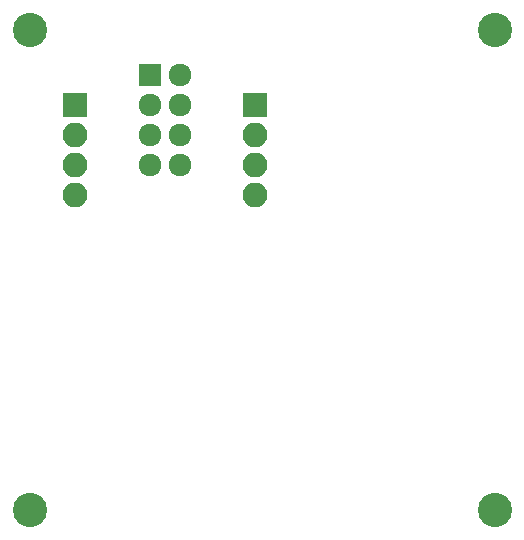
<source format=gbs>
G04 #@! TF.GenerationSoftware,KiCad,Pcbnew,(5.0.0)*
G04 #@! TF.CreationDate,2020-10-27T08:58:59-05:00*
G04 #@! TF.ProjectId,breakout_firstproject,627265616B6F75745F66697273747072,1.0*
G04 #@! TF.SameCoordinates,Original*
G04 #@! TF.FileFunction,Soldermask,Bot*
G04 #@! TF.FilePolarity,Negative*
%FSLAX46Y46*%
G04 Gerber Fmt 4.6, Leading zero omitted, Abs format (unit mm)*
G04 Created by KiCad (PCBNEW (5.0.0)) date 10/27/20 08:58:59*
%MOMM*%
%LPD*%
G01*
G04 APERTURE LIST*
%ADD10C,2.900000*%
%ADD11O,2.100000X2.100000*%
%ADD12R,2.100000X2.100000*%
%ADD13R,1.924000X1.924000*%
%ADD14C,1.924000*%
G04 APERTURE END LIST*
D10*
G04 #@! TO.C,REF\002A\002A*
X147320000Y-109220000D03*
G04 #@! TD*
G04 #@! TO.C,REF\002A\002A*
X186690000Y-109220000D03*
G04 #@! TD*
G04 #@! TO.C,REF\002A\002A*
X186690000Y-68580000D03*
G04 #@! TD*
D11*
G04 #@! TO.C,J1*
X151130000Y-82550000D03*
X151130000Y-80010000D03*
X151130000Y-77470000D03*
D12*
X151130000Y-74930000D03*
G04 #@! TD*
G04 #@! TO.C,J2*
X166370000Y-74930000D03*
D11*
X166370000Y-77470000D03*
X166370000Y-80010000D03*
X166370000Y-82550000D03*
G04 #@! TD*
D13*
G04 #@! TO.C,U1*
X157480000Y-72390000D03*
D14*
X160020000Y-72390000D03*
X157480000Y-74930000D03*
X160020000Y-74930000D03*
X157480000Y-77470000D03*
X160020000Y-77470000D03*
X157480000Y-80010000D03*
X160020000Y-80010000D03*
G04 #@! TD*
D10*
G04 #@! TO.C,REF\002A\002A*
X147320000Y-68580000D03*
G04 #@! TD*
M02*

</source>
